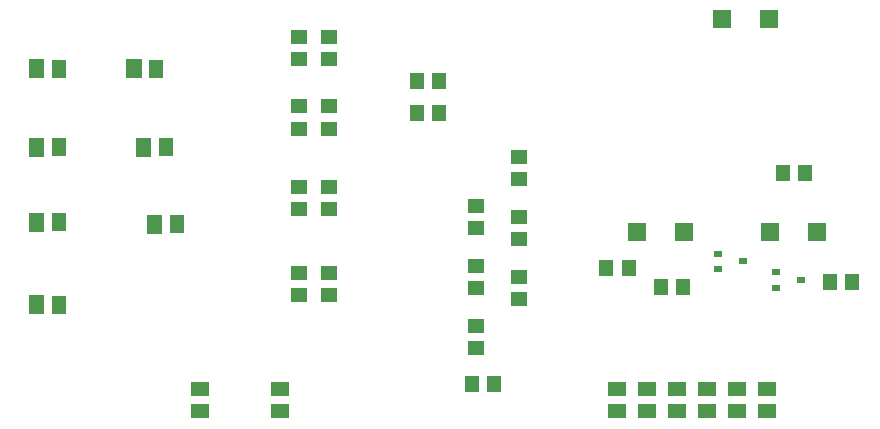
<source format=gbr>
%FSLAX34Y34*%
%MOMM*%
%LNSMDMASK_BOTTOM*%
G71*
G01*
%ADD10R, 1.600X1.600*%
%ADD11R, 0.800X0.600*%
%ADD12R, 1.400X1.300*%
%ADD13R, 1.600X1.300*%
%ADD14R, 1.300X1.600*%
%ADD15R, 1.300X1.400*%
%LPD*%
X604599Y-83616D02*
G54D10*
D03*
X644299Y-83616D02*
G54D10*
D03*
X601034Y-282024D02*
G54D11*
D03*
X601033Y-295024D02*
G54D11*
D03*
X622033Y-288524D02*
G54D11*
D03*
X272268Y-117504D02*
G54D12*
D03*
X272268Y-98504D02*
G54D12*
D03*
X162254Y-415377D02*
G54D13*
D03*
X162254Y-396377D02*
G54D13*
D03*
X246868Y-117504D02*
G54D12*
D03*
X246868Y-98504D02*
G54D12*
D03*
X272268Y-176241D02*
G54D12*
D03*
X272268Y-157241D02*
G54D12*
D03*
X246868Y-176241D02*
G54D12*
D03*
X246868Y-157241D02*
G54D12*
D03*
X272268Y-244504D02*
G54D12*
D03*
X272268Y-225504D02*
G54D12*
D03*
X246868Y-244504D02*
G54D12*
D03*
X246868Y-225504D02*
G54D12*
D03*
X272268Y-317529D02*
G54D12*
D03*
X272268Y-298529D02*
G54D12*
D03*
X246868Y-317529D02*
G54D12*
D03*
X246868Y-298529D02*
G54D12*
D03*
G36*
X100104Y-117460D02*
X113104Y-117460D01*
X113104Y-133460D01*
X100104Y-133460D01*
X100104Y-117460D01*
G37*
X125604Y-125460D02*
G54D14*
D03*
G36*
X17554Y-117460D02*
X30554Y-117460D01*
X30554Y-133460D01*
X17554Y-133460D01*
X17554Y-117460D01*
G37*
X43054Y-125460D02*
G54D14*
D03*
G36*
X108041Y-184136D02*
X121041Y-184135D01*
X121041Y-200135D01*
X108041Y-200136D01*
X108041Y-184136D01*
G37*
X133541Y-192135D02*
G54D14*
D03*
G36*
X17554Y-184136D02*
X30554Y-184135D01*
X30554Y-200135D01*
X17554Y-200136D01*
X17554Y-184136D01*
G37*
X43054Y-192135D02*
G54D14*
D03*
G36*
X17554Y-247636D02*
X30554Y-247635D01*
X30554Y-263635D01*
X17554Y-263636D01*
X17554Y-247636D01*
G37*
X43054Y-255635D02*
G54D14*
D03*
G36*
X117566Y-249223D02*
X130566Y-249223D01*
X130566Y-265223D01*
X117566Y-265223D01*
X117566Y-249223D01*
G37*
X143066Y-257223D02*
G54D14*
D03*
G36*
X17554Y-317486D02*
X30554Y-317485D01*
X30554Y-333485D01*
X17554Y-333486D01*
X17554Y-317486D01*
G37*
X43054Y-325485D02*
G54D14*
D03*
X346394Y-135959D02*
G54D15*
D03*
X365394Y-135959D02*
G54D15*
D03*
X346394Y-162946D02*
G54D15*
D03*
X365394Y-162946D02*
G54D15*
D03*
X396093Y-260379D02*
G54D12*
D03*
X396093Y-241379D02*
G54D12*
D03*
X396093Y-311179D02*
G54D12*
D03*
X396093Y-292179D02*
G54D12*
D03*
X396093Y-361979D02*
G54D12*
D03*
X396093Y-342979D02*
G54D12*
D03*
X432606Y-219104D02*
G54D12*
D03*
X432606Y-200104D02*
G54D12*
D03*
X432606Y-269904D02*
G54D12*
D03*
X432606Y-250904D02*
G54D12*
D03*
X432606Y-320704D02*
G54D12*
D03*
X432606Y-301704D02*
G54D12*
D03*
X532368Y-263400D02*
G54D10*
D03*
X572068Y-263400D02*
G54D10*
D03*
X506732Y-294709D02*
G54D15*
D03*
X525732Y-294709D02*
G54D15*
D03*
X552769Y-310584D02*
G54D15*
D03*
X571769Y-310584D02*
G54D15*
D03*
X645080Y-263400D02*
G54D10*
D03*
X684780Y-263400D02*
G54D10*
D03*
X650246Y-297899D02*
G54D11*
D03*
X650246Y-310899D02*
G54D11*
D03*
X671246Y-304399D02*
G54D11*
D03*
X642980Y-396438D02*
G54D13*
D03*
X642980Y-415438D02*
G54D13*
D03*
X617580Y-396438D02*
G54D13*
D03*
X617580Y-415438D02*
G54D13*
D03*
X592180Y-396438D02*
G54D13*
D03*
X592180Y-415438D02*
G54D13*
D03*
X566780Y-396438D02*
G54D13*
D03*
X566780Y-415438D02*
G54D13*
D03*
X541380Y-396438D02*
G54D13*
D03*
X541380Y-415438D02*
G54D13*
D03*
X515980Y-396438D02*
G54D13*
D03*
X515980Y-415438D02*
G54D13*
D03*
X695644Y-305821D02*
G54D15*
D03*
X714644Y-305821D02*
G54D15*
D03*
X655957Y-213746D02*
G54D15*
D03*
X674957Y-213746D02*
G54D15*
D03*
X230517Y-415377D02*
G54D13*
D03*
X230516Y-396377D02*
G54D13*
D03*
X392563Y-392625D02*
G54D15*
D03*
X411563Y-392625D02*
G54D15*
D03*
M02*

</source>
